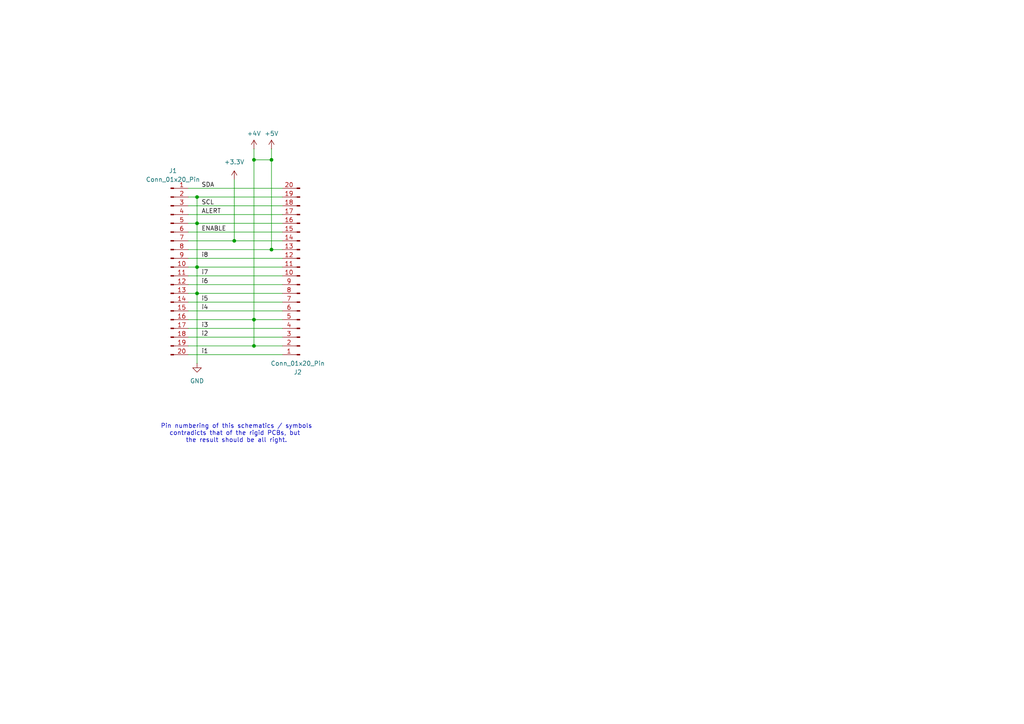
<source format=kicad_sch>
(kicad_sch (version 20231120) (generator "eeschema") (generator_version "8.0")
  (paper "A4")
  (title_block (title "besteLampe! ABL Flex Connector") (date "2024-12-26") (rev "1.2") (comment 1 "See  https://lenaschimmel.de/besteLampe! for the source and more information") (comment 2 "This source describes Open Hardware and is licensed under the CERN-OHL-S v2.") (comment 3 "Copyright 2024 Lena Schimmel <mail@lenaschimmel.de>"))
  (lib_symbols
    (symbol "Connector:Conn_01x20_Pin" (pin_names (offset 1.016) hide)
      (property "Reference" "J" (at 0 25.4 0))
      (property "Value" "Conn_01x20_Pin" (at 0 -27.94 0))
      (symbol "Conn_01x20_Pin_1_1"
        (polyline (pts (xy 1.27 -25.4) (xy 0.8636 -25.4)) (stroke (width 0.1524)))
        (polyline (pts (xy 1.27 -22.86) (xy 0.8636 -22.86)) (stroke (width 0.1524)))
        (polyline (pts (xy 1.27 -20.32) (xy 0.8636 -20.32)) (stroke (width 0.1524)))
        (polyline (pts (xy 1.27 -17.78) (xy 0.8636 -17.78)) (stroke (width 0.1524)))
        (polyline (pts (xy 1.27 -15.24) (xy 0.8636 -15.24)) (stroke (width 0.1524)))
        (polyline (pts (xy 1.27 -12.7) (xy 0.8636 -12.7)) (stroke (width 0.1524)))
        (polyline (pts (xy 1.27 -10.16) (xy 0.8636 -10.16)) (stroke (width 0.1524)))
        (polyline (pts (xy 1.27 -7.62) (xy 0.8636 -7.62)) (stroke (width 0.1524)))
        (polyline (pts (xy 1.27 -5.08) (xy 0.8636 -5.08)) (stroke (width 0.1524)))
        (polyline (pts (xy 1.27 -2.54) (xy 0.8636 -2.54)) (stroke (width 0.1524)))
        (polyline (pts (xy 1.27 0) (xy 0.8636 0)) (stroke (width 0.1524)))
        (polyline (pts (xy 1.27 2.54) (xy 0.8636 2.54)) (stroke (width 0.1524)))
        (polyline (pts (xy 1.27 5.08) (xy 0.8636 5.08)) (stroke (width 0.1524)))
        (polyline (pts (xy 1.27 7.62) (xy 0.8636 7.62)) (stroke (width 0.1524)))
        (polyline (pts (xy 1.27 10.16) (xy 0.8636 10.16)) (stroke (width 0.1524)))
        (polyline (pts (xy 1.27 12.7) (xy 0.8636 12.7)) (stroke (width 0.1524)))
        (polyline (pts (xy 1.27 15.24) (xy 0.8636 15.24)) (stroke (width 0.1524)))
        (polyline (pts (xy 1.27 17.78) (xy 0.8636 17.78)) (stroke (width 0.1524)))
        (polyline (pts (xy 1.27 20.32) (xy 0.8636 20.32)) (stroke (width 0.1524)))
        (polyline (pts (xy 1.27 22.86) (xy 0.8636 22.86)) (stroke (width 0.1524)))
        (rectangle (start 0.8636 -25.273) (end 0 -25.527) (stroke (width 0.1524)) (fill (type outline)))
        (rectangle (start 0.8636 -22.733) (end 0 -22.987) (stroke (width 0.1524)) (fill (type outline)))
        (rectangle (start 0.8636 -20.193) (end 0 -20.447) (stroke (width 0.1524)) (fill (type outline)))
        (rectangle (start 0.8636 -17.653) (end 0 -17.907) (stroke (width 0.1524)) (fill (type outline)))
        (rectangle (start 0.8636 -15.113) (end 0 -15.367) (stroke (width 0.1524)) (fill (type outline)))
        (rectangle (start 0.8636 -12.573) (end 0 -12.827) (stroke (width 0.1524)) (fill (type outline)))
        (rectangle (start 0.8636 -10.033) (end 0 -10.287) (stroke (width 0.1524)) (fill (type outline)))
        (rectangle (start 0.8636 -7.493) (end 0 -7.747) (stroke (width 0.1524)) (fill (type outline)))
        (rectangle (start 0.8636 -4.953) (end 0 -5.207) (stroke (width 0.1524)) (fill (type outline)))
        (rectangle (start 0.8636 -2.413) (end 0 -2.667) (stroke (width 0.1524)) (fill (type outline)))
        (rectangle (start 0.8636 0.127) (end 0 -0.127) (stroke (width 0.1524)) (fill (type outline)))
        (rectangle (start 0.8636 2.667) (end 0 2.413) (stroke (width 0.1524)) (fill (type outline)))
        (rectangle (start 0.8636 5.207) (end 0 4.953) (stroke (width 0.1524)) (fill (type outline)))
        (rectangle (start 0.8636 7.747) (end 0 7.493) (stroke (width 0.1524)) (fill (type outline)))
        (rectangle (start 0.8636 10.287) (end 0 10.033) (stroke (width 0.1524)) (fill (type outline)))
        (rectangle (start 0.8636 12.827) (end 0 12.573) (stroke (width 0.1524)) (fill (type outline)))
        (rectangle (start 0.8636 15.367) (end 0 15.113) (stroke (width 0.1524)) (fill (type outline)))
        (rectangle (start 0.8636 17.907) (end 0 17.653) (stroke (width 0.1524)) (fill (type outline)))
        (rectangle (start 0.8636 20.447) (end 0 20.193) (stroke (width 0.1524)) (fill (type outline)))
        (rectangle (start 0.8636 22.987) (end 0 22.733) (stroke (width 0.1524)) (fill (type outline)))
        (pin passive line (at 5.08 22.86 180) (length 3.81) (name "Pin_1") (number "1"))
        (pin passive line (at 5.08 0 180) (length 3.81) (name "Pin_10") (number "10"))
        (pin passive line (at 5.08 -2.54 180) (length 3.81) (name "Pin_11") (number "11"))
        (pin passive line (at 5.08 -5.08 180) (length 3.81) (name "Pin_12") (number "12"))
        (pin passive line (at 5.08 -7.62 180) (length 3.81) (name "Pin_13") (number "13"))
        (pin passive line (at 5.08 -10.16 180) (length 3.81) (name "Pin_14") (number "14"))
        (pin passive line (at 5.08 -12.7 180) (length 3.81) (name "Pin_15") (number "15"))
        (pin passive line (at 5.08 -15.24 180) (length 3.81) (name "Pin_16") (number "16"))
        (pin passive line (at 5.08 -17.78 180) (length 3.81) (name "Pin_17") (number "17"))
        (pin passive line (at 5.08 -20.32 180) (length 3.81) (name "Pin_18") (number "18"))
        (pin passive line (at 5.08 -22.86 180) (length 3.81) (name "Pin_19") (number "19"))
        (pin passive line (at 5.08 20.32 180) (length 3.81) (name "Pin_2") (number "2"))
        (pin passive line (at 5.08 -25.4 180) (length 3.81) (name "Pin_20") (number "20"))
        (pin passive line (at 5.08 17.78 180) (length 3.81) (name "Pin_3") (number "3"))
        (pin passive line (at 5.08 15.24 180) (length 3.81) (name "Pin_4") (number "4"))
        (pin passive line (at 5.08 12.7 180) (length 3.81) (name "Pin_5") (number "5"))
        (pin passive line (at 5.08 10.16 180) (length 3.81) (name "Pin_6") (number "6"))
        (pin passive line (at 5.08 7.62 180) (length 3.81) (name "Pin_7") (number "7"))
        (pin passive line (at 5.08 5.08 180) (length 3.81) (name "Pin_8") (number "8"))
        (pin passive line (at 5.08 2.54 180) (length 3.81) (name "Pin_9") (number "9"))
      )
    )
    (symbol "power:+3.3V" (power) (pin_numbers hide) (pin_names (offset 0) hide)
      (property "Value" "+3.3V" (at 0 3.556 0))
      (symbol "+3.3V_0_1"
        (polyline (pts (xy -0.762 1.27) (xy 0 2.54)))
        (polyline (pts (xy 0 0) (xy 0 2.54)))
        (polyline (pts (xy 0 2.54) (xy 0.762 1.27)))
      )
      (symbol "+3.3V_1_1"
        (pin power_in line (at 0 0 90) (length 0) (name "~") (number "1"))
      )
    )
    (symbol "power:+4V" (power) (pin_numbers hide) (pin_names (offset 0) hide)
      (property "Value" "+4V" (at 0 3.556 0))
      (symbol "+4V_0_1"
        (polyline (pts (xy -0.762 1.27) (xy 0 2.54)))
        (polyline (pts (xy 0 0) (xy 0 2.54)))
        (polyline (pts (xy 0 2.54) (xy 0.762 1.27)))
      )
      (symbol "+4V_1_1"
        (pin power_in line (at 0 0 90) (length 0) (name "~") (number "1"))
      )
    )
    (symbol "power:+5V" (power) (pin_numbers hide) (pin_names (offset 0) hide)
      (property "Value" "+5V" (at 0 3.556 0))
      (symbol "+5V_0_1"
        (polyline (pts (xy -0.762 1.27) (xy 0 2.54)))
        (polyline (pts (xy 0 0) (xy 0 2.54)))
        (polyline (pts (xy 0 2.54) (xy 0.762 1.27)))
      )
      (symbol "+5V_1_1"
        (pin power_in line (at 0 0 90) (length 0) (name "~") (number "1"))
      )
    )
    (symbol "power:GND" (power) (pin_numbers hide) (pin_names (offset 0) hide)
      (property "Value" "GND" (at 0 -3.81 0))
      (symbol "GND_0_1"
        (polyline (pts (xy 0 0) (xy 0 -1.27) (xy 1.27 -1.27) (xy 0 -2.54) (xy -1.27 -1.27) (xy 0 -1.27)))
      )
      (symbol "GND_1_1"
        (pin power_in line (at 0 0 270) (length 0) (name "~") (number "1"))
      )
    )
  )
  (junction (at 78.74 72.39))
  (junction (at 73.66 46.355))
  (junction (at 78.74 46.355))
  (junction (at 67.945 69.85))
  (junction (at 57.15 77.47))
  (junction (at 57.15 57.15))
  (junction (at 57.15 64.77))
  (junction (at 57.15 85.09))
  (junction (at 73.66 92.71))
  (junction (at 73.66 100.33))
  (wire (pts (xy 78.74 43.18) (xy 78.74 46.355)))
  (wire (pts (xy 78.74 46.355) (xy 78.74 72.39)))
  (wire (pts (xy 54.61 85.09) (xy 57.15 85.09)))
  (wire (pts (xy 54.61 95.25) (xy 81.915 95.25)))
  (wire (pts (xy 54.61 77.47) (xy 57.15 77.47)))
  (wire (pts (xy 54.61 100.33) (xy 73.66 100.33)))
  (wire (pts (xy 54.61 82.55) (xy 81.915 82.55)))
  (wire (pts (xy 73.66 92.71) (xy 81.915 92.71)))
  (wire (pts (xy 78.74 72.39) (xy 81.915 72.39)))
  (wire (pts (xy 73.66 43.18) (xy 73.66 46.355)))
  (wire (pts (xy 54.61 80.01) (xy 81.915 80.01)))
  (wire (pts (xy 54.61 59.69) (xy 81.915 59.69)))
  (wire (pts (xy 54.61 57.15) (xy 57.15 57.15)))
  (wire (pts (xy 54.61 54.61) (xy 81.915 54.61)))
  (wire (pts (xy 57.15 77.47) (xy 81.915 77.47)))
  (wire (pts (xy 54.61 62.23) (xy 81.915 62.23)))
  (wire (pts (xy 54.61 64.77) (xy 57.15 64.77)))
  (wire (pts (xy 57.15 85.09) (xy 57.15 105.41)))
  (wire (pts (xy 54.61 87.63) (xy 81.915 87.63)))
  (wire (pts (xy 57.15 77.47) (xy 57.15 85.09)))
  (wire (pts (xy 73.66 46.355) (xy 73.66 92.71)))
  (wire (pts (xy 67.945 69.85) (xy 81.915 69.85)))
  (wire (pts (xy 54.61 67.31) (xy 81.915 67.31)))
  (wire (pts (xy 73.66 46.355) (xy 78.74 46.355)))
  (wire (pts (xy 54.61 92.71) (xy 73.66 92.71)))
  (wire (pts (xy 54.61 72.39) (xy 78.74 72.39)))
  (wire (pts (xy 54.61 90.17) (xy 81.915 90.17)))
  (wire (pts (xy 57.15 64.77) (xy 81.915 64.77)))
  (wire (pts (xy 54.61 97.79) (xy 81.915 97.79)))
  (wire (pts (xy 73.66 92.71) (xy 73.66 100.33)))
  (wire (pts (xy 57.15 57.15) (xy 81.915 57.15)))
  (wire (pts (xy 54.61 102.87) (xy 81.915 102.87)))
  (wire (pts (xy 54.61 74.93) (xy 81.915 74.93)))
  (wire (pts (xy 54.61 69.85) (xy 67.945 69.85)))
  (wire (pts (xy 57.15 64.77) (xy 57.15 77.47)))
  (wire (pts (xy 67.945 52.07) (xy 67.945 69.85)))
  (wire (pts (xy 57.15 57.15) (xy 57.15 64.77)))
  (wire (pts (xy 73.66 100.33) (xy 81.915 100.33)))
  (wire (pts (xy 57.15 85.09) (xy 81.915 85.09)))
  (text "Pin numbering of this schematics / symbols\ncontradicts that of the rigid PCBs, but \nthe result should be all right." (at 68.58 125.73 0) (effects (font (size 1.27 1.27))))
  (label "i2" (at 58.42 97.79 0))
  (label "i5" (at 58.42 87.63 0))
  (label "SDA" (at 58.42 54.61 0))
  (label "i3" (at 58.42 95.25 0))
  (label "ALERT" (at 58.42 62.23 0))
  (label "i4" (at 58.42 90.17 0))
  (label "i8" (at 58.42 74.93 0))
  (label "i7" (at 58.42 80.01 0))
  (label "i1" (at 58.42 102.87 0))
  (label "ENABLE" (at 58.42 67.31 0))
  (label "i6" (at 58.42 82.55 0))
  (label "SCL" (at 58.42 59.69 0))
  (symbol (lib_id "power:+5V") (at 78.74 43.18 0) (unit 1)
    (property "Reference" "#PWR09" (effects (hide yes)))
    (property "Value" "+5V" (at 78.74 38.735 0))
    (property "Description" "Power symbol creates a global label with name \"+5V\"" (effects (hide yes)))
  )
  (symbol (lib_id "Connector:Conn_01x20_Pin") (at 86.995 80.01 180) (unit 1)
    (property "Reference" "J2" (at 86.36 107.95 0))
    (property "Value" "Conn_01x20_Pin" (at 86.36 105.41 0))
    (property "Footprint" "Connector:Flex connector for 10172832" (effects (hide yes)))
    (property "Description" "Generic connector, single row, 01x20, script generated" (effects (hide yes)))
  )
  (symbol (lib_id "power:GND") (at 57.15 105.41 0) (unit 1)
    (property "Reference" "#PWR07" (effects (hide yes)))
    (property "Value" "GND" (at 57.15 110.49 0))
    (property "Description" "Power symbol creates a global label with name \"GND\" , ground" (effects (hide yes)))
  )
  (symbol (lib_id "power:+4V") (at 73.66 43.18 0) (unit 1)
    (property "Reference" "#PWR010" (effects (hide yes)))
    (property "Value" "+4V" (at 73.66 38.735 0))
    (property "Description" "Power symbol creates a global label with name \"+4V\"" (effects (hide yes)))
  )
  (symbol (lib_id "Connector:Conn_01x20_Pin") (at 49.53 77.47 0) (unit 1)
    (property "Reference" "J1" (at 50.165 49.53 0))
    (property "Value" "Conn_01x20_Pin" (at 50.165 52.07 0))
    (property "Footprint" "Connector:Flex connector for 10172832" (effects (hide yes)))
    (property "Description" "Generic connector, single row, 01x20, script generated" (effects (hide yes)))
  )
  (symbol (lib_id "power:+3.3V") (at 67.945 52.07 0) (unit 1)
    (property "Reference" "#PWR08" (effects (hide yes)))
    (property "Value" "+3.3V" (at 67.945 46.99 0))
    (property "Description" "Power symbol creates a global label with name \"+3.3V\"" (effects (hide yes)))
  )
)
</source>
